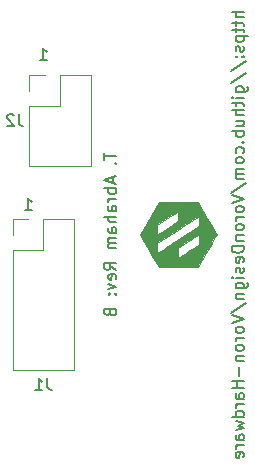
<source format=gbr>
G04 #@! TF.GenerationSoftware,KiCad,Pcbnew,(6.0.0)*
G04 #@! TF.CreationDate,2022-01-07T01:27:54-05:00*
G04 #@! TF.ProjectId,SKR-Mini_Screen,534b522d-4d69-46e6-995f-53637265656e,rev?*
G04 #@! TF.SameCoordinates,Original*
G04 #@! TF.FileFunction,Legend,Bot*
G04 #@! TF.FilePolarity,Positive*
%FSLAX46Y46*%
G04 Gerber Fmt 4.6, Leading zero omitted, Abs format (unit mm)*
G04 Created by KiCad (PCBNEW (6.0.0)) date 2022-01-07 01:27:54*
%MOMM*%
%LPD*%
G01*
G04 APERTURE LIST*
%ADD10C,0.200000*%
%ADD11C,0.150000*%
%ADD12C,0.010000*%
%ADD13C,0.120000*%
G04 APERTURE END LIST*
D10*
X143962380Y-87846666D02*
X142962380Y-87846666D01*
X143962380Y-88275238D02*
X143438571Y-88275238D01*
X143343333Y-88227619D01*
X143295714Y-88132380D01*
X143295714Y-87989523D01*
X143343333Y-87894285D01*
X143390952Y-87846666D01*
X143295714Y-88608571D02*
X143295714Y-88989523D01*
X142962380Y-88751428D02*
X143819523Y-88751428D01*
X143914761Y-88799047D01*
X143962380Y-88894285D01*
X143962380Y-88989523D01*
X143295714Y-89180000D02*
X143295714Y-89560952D01*
X142962380Y-89322857D02*
X143819523Y-89322857D01*
X143914761Y-89370476D01*
X143962380Y-89465714D01*
X143962380Y-89560952D01*
X143295714Y-89894285D02*
X144295714Y-89894285D01*
X143343333Y-89894285D02*
X143295714Y-89989523D01*
X143295714Y-90180000D01*
X143343333Y-90275238D01*
X143390952Y-90322857D01*
X143486190Y-90370476D01*
X143771904Y-90370476D01*
X143867142Y-90322857D01*
X143914761Y-90275238D01*
X143962380Y-90180000D01*
X143962380Y-89989523D01*
X143914761Y-89894285D01*
X143914761Y-90751428D02*
X143962380Y-90846666D01*
X143962380Y-91037142D01*
X143914761Y-91132380D01*
X143819523Y-91180000D01*
X143771904Y-91180000D01*
X143676666Y-91132380D01*
X143629047Y-91037142D01*
X143629047Y-90894285D01*
X143581428Y-90799047D01*
X143486190Y-90751428D01*
X143438571Y-90751428D01*
X143343333Y-90799047D01*
X143295714Y-90894285D01*
X143295714Y-91037142D01*
X143343333Y-91132380D01*
X143867142Y-91608571D02*
X143914761Y-91656190D01*
X143962380Y-91608571D01*
X143914761Y-91560952D01*
X143867142Y-91608571D01*
X143962380Y-91608571D01*
X143343333Y-91608571D02*
X143390952Y-91656190D01*
X143438571Y-91608571D01*
X143390952Y-91560952D01*
X143343333Y-91608571D01*
X143438571Y-91608571D01*
X142914761Y-92799047D02*
X144200476Y-91941904D01*
X142914761Y-93846666D02*
X144200476Y-92989523D01*
X143295714Y-94608571D02*
X144105238Y-94608571D01*
X144200476Y-94560952D01*
X144248095Y-94513333D01*
X144295714Y-94418095D01*
X144295714Y-94275238D01*
X144248095Y-94180000D01*
X143914761Y-94608571D02*
X143962380Y-94513333D01*
X143962380Y-94322857D01*
X143914761Y-94227619D01*
X143867142Y-94180000D01*
X143771904Y-94132380D01*
X143486190Y-94132380D01*
X143390952Y-94180000D01*
X143343333Y-94227619D01*
X143295714Y-94322857D01*
X143295714Y-94513333D01*
X143343333Y-94608571D01*
X143962380Y-95084761D02*
X143295714Y-95084761D01*
X142962380Y-95084761D02*
X143010000Y-95037142D01*
X143057619Y-95084761D01*
X143010000Y-95132380D01*
X142962380Y-95084761D01*
X143057619Y-95084761D01*
X143295714Y-95418095D02*
X143295714Y-95799047D01*
X142962380Y-95560952D02*
X143819523Y-95560952D01*
X143914761Y-95608571D01*
X143962380Y-95703809D01*
X143962380Y-95799047D01*
X143962380Y-96132380D02*
X142962380Y-96132380D01*
X143962380Y-96560952D02*
X143438571Y-96560952D01*
X143343333Y-96513333D01*
X143295714Y-96418095D01*
X143295714Y-96275238D01*
X143343333Y-96180000D01*
X143390952Y-96132380D01*
X143295714Y-97465714D02*
X143962380Y-97465714D01*
X143295714Y-97037142D02*
X143819523Y-97037142D01*
X143914761Y-97084761D01*
X143962380Y-97180000D01*
X143962380Y-97322857D01*
X143914761Y-97418095D01*
X143867142Y-97465714D01*
X143962380Y-97941904D02*
X142962380Y-97941904D01*
X143343333Y-97941904D02*
X143295714Y-98037142D01*
X143295714Y-98227619D01*
X143343333Y-98322857D01*
X143390952Y-98370476D01*
X143486190Y-98418095D01*
X143771904Y-98418095D01*
X143867142Y-98370476D01*
X143914761Y-98322857D01*
X143962380Y-98227619D01*
X143962380Y-98037142D01*
X143914761Y-97941904D01*
X143867142Y-98846666D02*
X143914761Y-98894285D01*
X143962380Y-98846666D01*
X143914761Y-98799047D01*
X143867142Y-98846666D01*
X143962380Y-98846666D01*
X143914761Y-99751428D02*
X143962380Y-99656190D01*
X143962380Y-99465714D01*
X143914761Y-99370476D01*
X143867142Y-99322857D01*
X143771904Y-99275238D01*
X143486190Y-99275238D01*
X143390952Y-99322857D01*
X143343333Y-99370476D01*
X143295714Y-99465714D01*
X143295714Y-99656190D01*
X143343333Y-99751428D01*
X143962380Y-100322857D02*
X143914761Y-100227619D01*
X143867142Y-100180000D01*
X143771904Y-100132380D01*
X143486190Y-100132380D01*
X143390952Y-100180000D01*
X143343333Y-100227619D01*
X143295714Y-100322857D01*
X143295714Y-100465714D01*
X143343333Y-100560952D01*
X143390952Y-100608571D01*
X143486190Y-100656190D01*
X143771904Y-100656190D01*
X143867142Y-100608571D01*
X143914761Y-100560952D01*
X143962380Y-100465714D01*
X143962380Y-100322857D01*
X143962380Y-101084761D02*
X143295714Y-101084761D01*
X143390952Y-101084761D02*
X143343333Y-101132380D01*
X143295714Y-101227619D01*
X143295714Y-101370476D01*
X143343333Y-101465714D01*
X143438571Y-101513333D01*
X143962380Y-101513333D01*
X143438571Y-101513333D02*
X143343333Y-101560952D01*
X143295714Y-101656190D01*
X143295714Y-101799047D01*
X143343333Y-101894285D01*
X143438571Y-101941904D01*
X143962380Y-101941904D01*
X142914761Y-103132380D02*
X144200476Y-102275238D01*
X142962380Y-103322857D02*
X143962380Y-103656190D01*
X142962380Y-103989523D01*
X143962380Y-104465714D02*
X143914761Y-104370476D01*
X143867142Y-104322857D01*
X143771904Y-104275238D01*
X143486190Y-104275238D01*
X143390952Y-104322857D01*
X143343333Y-104370476D01*
X143295714Y-104465714D01*
X143295714Y-104608571D01*
X143343333Y-104703809D01*
X143390952Y-104751428D01*
X143486190Y-104799047D01*
X143771904Y-104799047D01*
X143867142Y-104751428D01*
X143914761Y-104703809D01*
X143962380Y-104608571D01*
X143962380Y-104465714D01*
X143962380Y-105227619D02*
X143295714Y-105227619D01*
X143486190Y-105227619D02*
X143390952Y-105275238D01*
X143343333Y-105322857D01*
X143295714Y-105418095D01*
X143295714Y-105513333D01*
X143962380Y-105989523D02*
X143914761Y-105894285D01*
X143867142Y-105846666D01*
X143771904Y-105799047D01*
X143486190Y-105799047D01*
X143390952Y-105846666D01*
X143343333Y-105894285D01*
X143295714Y-105989523D01*
X143295714Y-106132380D01*
X143343333Y-106227619D01*
X143390952Y-106275238D01*
X143486190Y-106322857D01*
X143771904Y-106322857D01*
X143867142Y-106275238D01*
X143914761Y-106227619D01*
X143962380Y-106132380D01*
X143962380Y-105989523D01*
X143295714Y-106751428D02*
X143962380Y-106751428D01*
X143390952Y-106751428D02*
X143343333Y-106799047D01*
X143295714Y-106894285D01*
X143295714Y-107037142D01*
X143343333Y-107132380D01*
X143438571Y-107180000D01*
X143962380Y-107180000D01*
X143962380Y-107656190D02*
X142962380Y-107656190D01*
X142962380Y-107894285D01*
X143010000Y-108037142D01*
X143105238Y-108132380D01*
X143200476Y-108180000D01*
X143390952Y-108227619D01*
X143533809Y-108227619D01*
X143724285Y-108180000D01*
X143819523Y-108132380D01*
X143914761Y-108037142D01*
X143962380Y-107894285D01*
X143962380Y-107656190D01*
X143914761Y-109037142D02*
X143962380Y-108941904D01*
X143962380Y-108751428D01*
X143914761Y-108656190D01*
X143819523Y-108608571D01*
X143438571Y-108608571D01*
X143343333Y-108656190D01*
X143295714Y-108751428D01*
X143295714Y-108941904D01*
X143343333Y-109037142D01*
X143438571Y-109084761D01*
X143533809Y-109084761D01*
X143629047Y-108608571D01*
X143914761Y-109465714D02*
X143962380Y-109560952D01*
X143962380Y-109751428D01*
X143914761Y-109846666D01*
X143819523Y-109894285D01*
X143771904Y-109894285D01*
X143676666Y-109846666D01*
X143629047Y-109751428D01*
X143629047Y-109608571D01*
X143581428Y-109513333D01*
X143486190Y-109465714D01*
X143438571Y-109465714D01*
X143343333Y-109513333D01*
X143295714Y-109608571D01*
X143295714Y-109751428D01*
X143343333Y-109846666D01*
X143962380Y-110322857D02*
X143295714Y-110322857D01*
X142962380Y-110322857D02*
X143010000Y-110275238D01*
X143057619Y-110322857D01*
X143010000Y-110370476D01*
X142962380Y-110322857D01*
X143057619Y-110322857D01*
X143295714Y-111227619D02*
X144105238Y-111227619D01*
X144200476Y-111180000D01*
X144248095Y-111132380D01*
X144295714Y-111037142D01*
X144295714Y-110894285D01*
X144248095Y-110799047D01*
X143914761Y-111227619D02*
X143962380Y-111132380D01*
X143962380Y-110941904D01*
X143914761Y-110846666D01*
X143867142Y-110799047D01*
X143771904Y-110751428D01*
X143486190Y-110751428D01*
X143390952Y-110799047D01*
X143343333Y-110846666D01*
X143295714Y-110941904D01*
X143295714Y-111132380D01*
X143343333Y-111227619D01*
X143295714Y-111703809D02*
X143962380Y-111703809D01*
X143390952Y-111703809D02*
X143343333Y-111751428D01*
X143295714Y-111846666D01*
X143295714Y-111989523D01*
X143343333Y-112084761D01*
X143438571Y-112132380D01*
X143962380Y-112132380D01*
X142914761Y-113322857D02*
X144200476Y-112465714D01*
X142962380Y-113513333D02*
X143962380Y-113846666D01*
X142962380Y-114180000D01*
X143962380Y-114656190D02*
X143914761Y-114560952D01*
X143867142Y-114513333D01*
X143771904Y-114465714D01*
X143486190Y-114465714D01*
X143390952Y-114513333D01*
X143343333Y-114560952D01*
X143295714Y-114656190D01*
X143295714Y-114799047D01*
X143343333Y-114894285D01*
X143390952Y-114941904D01*
X143486190Y-114989523D01*
X143771904Y-114989523D01*
X143867142Y-114941904D01*
X143914761Y-114894285D01*
X143962380Y-114799047D01*
X143962380Y-114656190D01*
X143962380Y-115418095D02*
X143295714Y-115418095D01*
X143486190Y-115418095D02*
X143390952Y-115465714D01*
X143343333Y-115513333D01*
X143295714Y-115608571D01*
X143295714Y-115703809D01*
X143962380Y-116179999D02*
X143914761Y-116084761D01*
X143867142Y-116037142D01*
X143771904Y-115989523D01*
X143486190Y-115989523D01*
X143390952Y-116037142D01*
X143343333Y-116084761D01*
X143295714Y-116179999D01*
X143295714Y-116322857D01*
X143343333Y-116418095D01*
X143390952Y-116465714D01*
X143486190Y-116513333D01*
X143771904Y-116513333D01*
X143867142Y-116465714D01*
X143914761Y-116418095D01*
X143962380Y-116322857D01*
X143962380Y-116179999D01*
X143295714Y-116941904D02*
X143962380Y-116941904D01*
X143390952Y-116941904D02*
X143343333Y-116989523D01*
X143295714Y-117084761D01*
X143295714Y-117227619D01*
X143343333Y-117322857D01*
X143438571Y-117370476D01*
X143962380Y-117370476D01*
X143581428Y-117846666D02*
X143581428Y-118608571D01*
X143962380Y-119084761D02*
X142962380Y-119084761D01*
X143438571Y-119084761D02*
X143438571Y-119656190D01*
X143962380Y-119656190D02*
X142962380Y-119656190D01*
X143962380Y-120560952D02*
X143438571Y-120560952D01*
X143343333Y-120513333D01*
X143295714Y-120418095D01*
X143295714Y-120227619D01*
X143343333Y-120132380D01*
X143914761Y-120560952D02*
X143962380Y-120465714D01*
X143962380Y-120227619D01*
X143914761Y-120132380D01*
X143819523Y-120084761D01*
X143724285Y-120084761D01*
X143629047Y-120132380D01*
X143581428Y-120227619D01*
X143581428Y-120465714D01*
X143533809Y-120560952D01*
X143962380Y-121037142D02*
X143295714Y-121037142D01*
X143486190Y-121037142D02*
X143390952Y-121084761D01*
X143343333Y-121132380D01*
X143295714Y-121227619D01*
X143295714Y-121322857D01*
X143962380Y-122084761D02*
X142962380Y-122084761D01*
X143914761Y-122084761D02*
X143962380Y-121989523D01*
X143962380Y-121799047D01*
X143914761Y-121703809D01*
X143867142Y-121656190D01*
X143771904Y-121608571D01*
X143486190Y-121608571D01*
X143390952Y-121656190D01*
X143343333Y-121703809D01*
X143295714Y-121799047D01*
X143295714Y-121989523D01*
X143343333Y-122084761D01*
X143295714Y-122465714D02*
X143962380Y-122656190D01*
X143486190Y-122846666D01*
X143962380Y-123037142D01*
X143295714Y-123227619D01*
X143962380Y-124037142D02*
X143438571Y-124037142D01*
X143343333Y-123989523D01*
X143295714Y-123894285D01*
X143295714Y-123703809D01*
X143343333Y-123608571D01*
X143914761Y-124037142D02*
X143962380Y-123941904D01*
X143962380Y-123703809D01*
X143914761Y-123608571D01*
X143819523Y-123560952D01*
X143724285Y-123560952D01*
X143629047Y-123608571D01*
X143581428Y-123703809D01*
X143581428Y-123941904D01*
X143533809Y-124037142D01*
X143962380Y-124513333D02*
X143295714Y-124513333D01*
X143486190Y-124513333D02*
X143390952Y-124560952D01*
X143343333Y-124608571D01*
X143295714Y-124703809D01*
X143295714Y-124799047D01*
X143914761Y-125513333D02*
X143962380Y-125418095D01*
X143962380Y-125227619D01*
X143914761Y-125132380D01*
X143819523Y-125084761D01*
X143438571Y-125084761D01*
X143343333Y-125132380D01*
X143295714Y-125227619D01*
X143295714Y-125418095D01*
X143343333Y-125513333D01*
X143438571Y-125560952D01*
X143533809Y-125560952D01*
X143629047Y-125084761D01*
X132167380Y-99751428D02*
X132167380Y-100322857D01*
X133167380Y-100037142D02*
X132167380Y-100037142D01*
X133072142Y-100656190D02*
X133119761Y-100703809D01*
X133167380Y-100656190D01*
X133119761Y-100608571D01*
X133072142Y-100656190D01*
X133167380Y-100656190D01*
X132881666Y-101846666D02*
X132881666Y-102322857D01*
X133167380Y-101751428D02*
X132167380Y-102084761D01*
X133167380Y-102418095D01*
X133167380Y-102751428D02*
X132167380Y-102751428D01*
X132548333Y-102751428D02*
X132500714Y-102846666D01*
X132500714Y-103037142D01*
X132548333Y-103132380D01*
X132595952Y-103180000D01*
X132691190Y-103227619D01*
X132976904Y-103227619D01*
X133072142Y-103180000D01*
X133119761Y-103132380D01*
X133167380Y-103037142D01*
X133167380Y-102846666D01*
X133119761Y-102751428D01*
X133167380Y-103656190D02*
X132500714Y-103656190D01*
X132691190Y-103656190D02*
X132595952Y-103703809D01*
X132548333Y-103751428D01*
X132500714Y-103846666D01*
X132500714Y-103941904D01*
X133167380Y-104703809D02*
X132643571Y-104703809D01*
X132548333Y-104656190D01*
X132500714Y-104560952D01*
X132500714Y-104370476D01*
X132548333Y-104275238D01*
X133119761Y-104703809D02*
X133167380Y-104608571D01*
X133167380Y-104370476D01*
X133119761Y-104275238D01*
X133024523Y-104227619D01*
X132929285Y-104227619D01*
X132834047Y-104275238D01*
X132786428Y-104370476D01*
X132786428Y-104608571D01*
X132738809Y-104703809D01*
X133167380Y-105180000D02*
X132167380Y-105180000D01*
X133167380Y-105608571D02*
X132643571Y-105608571D01*
X132548333Y-105560952D01*
X132500714Y-105465714D01*
X132500714Y-105322857D01*
X132548333Y-105227619D01*
X132595952Y-105180000D01*
X133167380Y-106513333D02*
X132643571Y-106513333D01*
X132548333Y-106465714D01*
X132500714Y-106370476D01*
X132500714Y-106180000D01*
X132548333Y-106084761D01*
X133119761Y-106513333D02*
X133167380Y-106418095D01*
X133167380Y-106180000D01*
X133119761Y-106084761D01*
X133024523Y-106037142D01*
X132929285Y-106037142D01*
X132834047Y-106084761D01*
X132786428Y-106180000D01*
X132786428Y-106418095D01*
X132738809Y-106513333D01*
X133167380Y-106989523D02*
X132500714Y-106989523D01*
X132595952Y-106989523D02*
X132548333Y-107037142D01*
X132500714Y-107132380D01*
X132500714Y-107275238D01*
X132548333Y-107370476D01*
X132643571Y-107418095D01*
X133167380Y-107418095D01*
X132643571Y-107418095D02*
X132548333Y-107465714D01*
X132500714Y-107560952D01*
X132500714Y-107703809D01*
X132548333Y-107799047D01*
X132643571Y-107846666D01*
X133167380Y-107846666D01*
X133167380Y-109656190D02*
X132691190Y-109322857D01*
X133167380Y-109084761D02*
X132167380Y-109084761D01*
X132167380Y-109465714D01*
X132215000Y-109560952D01*
X132262619Y-109608571D01*
X132357857Y-109656190D01*
X132500714Y-109656190D01*
X132595952Y-109608571D01*
X132643571Y-109560952D01*
X132691190Y-109465714D01*
X132691190Y-109084761D01*
X133119761Y-110465714D02*
X133167380Y-110370476D01*
X133167380Y-110180000D01*
X133119761Y-110084761D01*
X133024523Y-110037142D01*
X132643571Y-110037142D01*
X132548333Y-110084761D01*
X132500714Y-110180000D01*
X132500714Y-110370476D01*
X132548333Y-110465714D01*
X132643571Y-110513333D01*
X132738809Y-110513333D01*
X132834047Y-110037142D01*
X132500714Y-110846666D02*
X133167380Y-111084761D01*
X132500714Y-111322857D01*
X133072142Y-111703809D02*
X133119761Y-111751428D01*
X133167380Y-111703809D01*
X133119761Y-111656190D01*
X133072142Y-111703809D01*
X133167380Y-111703809D01*
X132548333Y-111703809D02*
X132595952Y-111751428D01*
X132643571Y-111703809D01*
X132595952Y-111656190D01*
X132548333Y-111703809D01*
X132643571Y-111703809D01*
X132643571Y-113275238D02*
X132691190Y-113418095D01*
X132738809Y-113465714D01*
X132834047Y-113513333D01*
X132976904Y-113513333D01*
X133072142Y-113465714D01*
X133119761Y-113418095D01*
X133167380Y-113322857D01*
X133167380Y-112941904D01*
X132167380Y-112941904D01*
X132167380Y-113275238D01*
X132215000Y-113370476D01*
X132262619Y-113418095D01*
X132357857Y-113465714D01*
X132453095Y-113465714D01*
X132548333Y-113418095D01*
X132595952Y-113370476D01*
X132643571Y-113275238D01*
X132643571Y-112941904D01*
D11*
X126714285Y-91892380D02*
X127285714Y-91892380D01*
X127000000Y-91892380D02*
X127000000Y-90892380D01*
X127095238Y-91035238D01*
X127190476Y-91130476D01*
X127285714Y-91178095D01*
X125444285Y-104592380D02*
X126015714Y-104592380D01*
X125730000Y-104592380D02*
X125730000Y-103592380D01*
X125825238Y-103735238D01*
X125920476Y-103830476D01*
X126015714Y-103878095D01*
X127333333Y-118832380D02*
X127333333Y-119546666D01*
X127380952Y-119689523D01*
X127476190Y-119784761D01*
X127619047Y-119832380D01*
X127714285Y-119832380D01*
X126333333Y-119832380D02*
X126904761Y-119832380D01*
X126619047Y-119832380D02*
X126619047Y-118832380D01*
X126714285Y-118975238D01*
X126809523Y-119070476D01*
X126904761Y-119118095D01*
X124926333Y-96480380D02*
X124926333Y-97194666D01*
X124973952Y-97337523D01*
X125069190Y-97432761D01*
X125212047Y-97480380D01*
X125307285Y-97480380D01*
X124497761Y-96575619D02*
X124450142Y-96528000D01*
X124354904Y-96480380D01*
X124116809Y-96480380D01*
X124021571Y-96528000D01*
X123973952Y-96575619D01*
X123926333Y-96670857D01*
X123926333Y-96766095D01*
X123973952Y-96908952D01*
X124545380Y-97480380D01*
X123926333Y-97480380D01*
D12*
X136780150Y-109448600D02*
X140079849Y-109448600D01*
X140079849Y-109448600D02*
X140880524Y-108059308D01*
X140880524Y-108059308D02*
X141076185Y-107719339D01*
X141076185Y-107719339D02*
X141254267Y-107409012D01*
X141254267Y-107409012D02*
X141408754Y-107138882D01*
X141408754Y-107138882D02*
X141533630Y-106919505D01*
X141533630Y-106919505D02*
X141622877Y-106761439D01*
X141622877Y-106761439D02*
X141670478Y-106675239D01*
X141670478Y-106675239D02*
X141676770Y-106662308D01*
X141676770Y-106662308D02*
X141651166Y-106618181D01*
X141651166Y-106618181D02*
X141580713Y-106496791D01*
X141580713Y-106496791D02*
X141471566Y-106308745D01*
X141471566Y-106308745D02*
X141329881Y-106064649D01*
X141329881Y-106064649D02*
X141161815Y-105775109D01*
X141161815Y-105775109D02*
X140973525Y-105450731D01*
X140973525Y-105450731D02*
X140876162Y-105283000D01*
X140876162Y-105283000D02*
X140164876Y-104057648D01*
X140164876Y-104057648D02*
X140164876Y-105113666D01*
X140164876Y-105113666D02*
X140184402Y-105152441D01*
X140184402Y-105152441D02*
X140199187Y-105270479D01*
X140199187Y-105270479D02*
X140206891Y-105445467D01*
X140206891Y-105445467D02*
X140207479Y-105520066D01*
X140207479Y-105520066D02*
X140206959Y-105943400D01*
X140206959Y-105943400D02*
X140185076Y-105957821D01*
X140185076Y-105957821D02*
X140185076Y-106680000D01*
X140185076Y-106680000D02*
X140195563Y-106726850D01*
X140195563Y-106726850D02*
X140203500Y-106851616D01*
X140203500Y-106851616D02*
X140207596Y-107030623D01*
X140207596Y-107030623D02*
X140207886Y-107099100D01*
X140207886Y-107099100D02*
X140207772Y-107518200D01*
X140207772Y-107518200D02*
X139464043Y-108000800D01*
X139464043Y-108000800D02*
X139209678Y-108165838D01*
X139209678Y-108165838D02*
X138975166Y-108317963D01*
X138975166Y-108317963D02*
X138777951Y-108445863D01*
X138777951Y-108445863D02*
X138635476Y-108538223D01*
X138635476Y-108538223D02*
X138575156Y-108577288D01*
X138575156Y-108577288D02*
X138430000Y-108671177D01*
X138430000Y-108671177D02*
X138430000Y-107809093D01*
X138430000Y-107809093D02*
X139296076Y-107244546D01*
X139296076Y-107244546D02*
X139558735Y-107074034D01*
X139558735Y-107074034D02*
X139791619Y-106924186D01*
X139791619Y-106924186D02*
X139981683Y-106803286D01*
X139981683Y-106803286D02*
X140115882Y-106719618D01*
X140115882Y-106719618D02*
X140181172Y-106681465D01*
X140181172Y-106681465D02*
X140185076Y-106680000D01*
X140185076Y-106680000D02*
X140185076Y-105957821D01*
X140185076Y-105957821D02*
X138472603Y-107086400D01*
X138472603Y-107086400D02*
X138096432Y-107334036D01*
X138096432Y-107334036D02*
X137746255Y-107564037D01*
X137746255Y-107564037D02*
X137431238Y-107770420D01*
X137431238Y-107770420D02*
X137160551Y-107947202D01*
X137160551Y-107947202D02*
X136943361Y-108088399D01*
X136943361Y-108088399D02*
X136788837Y-108188029D01*
X136788837Y-108188029D02*
X136706148Y-108240108D01*
X136706148Y-108240108D02*
X136695123Y-108246333D01*
X136695123Y-108246333D02*
X136675597Y-108207558D01*
X136675597Y-108207558D02*
X136660812Y-108089520D01*
X136660812Y-108089520D02*
X136653108Y-107914532D01*
X136653108Y-107914532D02*
X136652520Y-107839933D01*
X136652520Y-107839933D02*
X136653040Y-107416600D01*
X136653040Y-107416600D02*
X138387396Y-106273600D01*
X138387396Y-106273600D02*
X138763567Y-106025963D01*
X138763567Y-106025963D02*
X139113744Y-105795962D01*
X139113744Y-105795962D02*
X139428761Y-105589579D01*
X139428761Y-105589579D02*
X139699448Y-105412797D01*
X139699448Y-105412797D02*
X139916638Y-105271600D01*
X139916638Y-105271600D02*
X140071162Y-105171970D01*
X140071162Y-105171970D02*
X140153851Y-105119891D01*
X140153851Y-105119891D02*
X140164876Y-105113666D01*
X140164876Y-105113666D02*
X140164876Y-104057648D01*
X140164876Y-104057648D02*
X140079983Y-103911400D01*
X140079983Y-103911400D02*
X138430000Y-103911400D01*
X138430000Y-103911400D02*
X138430000Y-104688822D01*
X138430000Y-104688822D02*
X138430000Y-105550906D01*
X138430000Y-105550906D02*
X137563923Y-106115453D01*
X137563923Y-106115453D02*
X137301264Y-106285965D01*
X137301264Y-106285965D02*
X137068380Y-106435813D01*
X137068380Y-106435813D02*
X136878316Y-106556713D01*
X136878316Y-106556713D02*
X136744117Y-106640381D01*
X136744117Y-106640381D02*
X136678827Y-106678534D01*
X136678827Y-106678534D02*
X136674923Y-106680000D01*
X136674923Y-106680000D02*
X136664436Y-106633149D01*
X136664436Y-106633149D02*
X136656499Y-106508383D01*
X136656499Y-106508383D02*
X136652403Y-106329376D01*
X136652403Y-106329376D02*
X136652113Y-106260900D01*
X136652113Y-106260900D02*
X136652227Y-105841800D01*
X136652227Y-105841800D02*
X137395956Y-105359200D01*
X137395956Y-105359200D02*
X137650321Y-105194161D01*
X137650321Y-105194161D02*
X137884833Y-105042036D01*
X137884833Y-105042036D02*
X138082048Y-104914136D01*
X138082048Y-104914136D02*
X138224523Y-104821776D01*
X138224523Y-104821776D02*
X138284843Y-104782711D01*
X138284843Y-104782711D02*
X138430000Y-104688822D01*
X138430000Y-104688822D02*
X138430000Y-103911400D01*
X138430000Y-103911400D02*
X136780150Y-103911400D01*
X136780150Y-103911400D02*
X135184552Y-106680000D01*
X135184552Y-106680000D02*
X136780150Y-109448600D01*
X136780150Y-109448600D02*
X136780150Y-109448600D01*
G36*
X140973525Y-105450731D02*
G01*
X141161815Y-105775109D01*
X141329881Y-106064649D01*
X141471566Y-106308745D01*
X141580713Y-106496791D01*
X141651166Y-106618181D01*
X141676770Y-106662308D01*
X141670478Y-106675239D01*
X141622877Y-106761439D01*
X141533630Y-106919505D01*
X141408754Y-107138882D01*
X141254267Y-107409012D01*
X141076185Y-107719339D01*
X140880524Y-108059308D01*
X140079849Y-109448600D01*
X136780150Y-109448600D01*
X136332106Y-108671177D01*
X138430000Y-108671177D01*
X138575156Y-108577288D01*
X138635476Y-108538223D01*
X138777951Y-108445863D01*
X138975166Y-108317963D01*
X139209678Y-108165838D01*
X139464043Y-108000800D01*
X140207772Y-107518200D01*
X140207886Y-107099100D01*
X140207596Y-107030623D01*
X140203500Y-106851616D01*
X140195563Y-106726850D01*
X140185076Y-106680000D01*
X140181172Y-106681465D01*
X140115882Y-106719618D01*
X139981683Y-106803286D01*
X139791619Y-106924186D01*
X139558735Y-107074034D01*
X139296076Y-107244546D01*
X138430000Y-107809093D01*
X138430000Y-108671177D01*
X136332106Y-108671177D01*
X135853044Y-107839933D01*
X136652520Y-107839933D01*
X136653108Y-107914532D01*
X136660812Y-108089520D01*
X136675597Y-108207558D01*
X136695123Y-108246333D01*
X136706148Y-108240108D01*
X136788837Y-108188029D01*
X136943361Y-108088399D01*
X137160551Y-107947202D01*
X137431238Y-107770420D01*
X137746255Y-107564037D01*
X138096432Y-107334036D01*
X138472603Y-107086400D01*
X140185076Y-105957821D01*
X140206959Y-105943400D01*
X140207479Y-105520066D01*
X140206891Y-105445467D01*
X140199187Y-105270479D01*
X140184402Y-105152441D01*
X140164876Y-105113666D01*
X140153851Y-105119891D01*
X140071162Y-105171970D01*
X139916638Y-105271600D01*
X139699448Y-105412797D01*
X139428761Y-105589579D01*
X139113744Y-105795962D01*
X138763567Y-106025963D01*
X138387396Y-106273600D01*
X136653040Y-107416600D01*
X136652520Y-107839933D01*
X135853044Y-107839933D01*
X135184552Y-106680000D01*
X135426087Y-106260900D01*
X136652113Y-106260900D01*
X136652403Y-106329376D01*
X136656499Y-106508383D01*
X136664436Y-106633149D01*
X136674923Y-106680000D01*
X136678827Y-106678534D01*
X136744117Y-106640381D01*
X136878316Y-106556713D01*
X137068380Y-106435813D01*
X137301264Y-106285965D01*
X137563923Y-106115453D01*
X138430000Y-105550906D01*
X138430000Y-104688822D01*
X138284843Y-104782711D01*
X138224523Y-104821776D01*
X138082048Y-104914136D01*
X137884833Y-105042036D01*
X137650321Y-105194161D01*
X137395956Y-105359200D01*
X136652227Y-105841800D01*
X136652113Y-106260900D01*
X135426087Y-106260900D01*
X136780150Y-103911400D01*
X140079983Y-103911400D01*
X140164876Y-104057648D01*
X140876162Y-105283000D01*
X140973525Y-105450731D01*
G37*
X140973525Y-105450731D02*
X141161815Y-105775109D01*
X141329881Y-106064649D01*
X141471566Y-106308745D01*
X141580713Y-106496791D01*
X141651166Y-106618181D01*
X141676770Y-106662308D01*
X141670478Y-106675239D01*
X141622877Y-106761439D01*
X141533630Y-106919505D01*
X141408754Y-107138882D01*
X141254267Y-107409012D01*
X141076185Y-107719339D01*
X140880524Y-108059308D01*
X140079849Y-109448600D01*
X136780150Y-109448600D01*
X136332106Y-108671177D01*
X138430000Y-108671177D01*
X138575156Y-108577288D01*
X138635476Y-108538223D01*
X138777951Y-108445863D01*
X138975166Y-108317963D01*
X139209678Y-108165838D01*
X139464043Y-108000800D01*
X140207772Y-107518200D01*
X140207886Y-107099100D01*
X140207596Y-107030623D01*
X140203500Y-106851616D01*
X140195563Y-106726850D01*
X140185076Y-106680000D01*
X140181172Y-106681465D01*
X140115882Y-106719618D01*
X139981683Y-106803286D01*
X139791619Y-106924186D01*
X139558735Y-107074034D01*
X139296076Y-107244546D01*
X138430000Y-107809093D01*
X138430000Y-108671177D01*
X136332106Y-108671177D01*
X135853044Y-107839933D01*
X136652520Y-107839933D01*
X136653108Y-107914532D01*
X136660812Y-108089520D01*
X136675597Y-108207558D01*
X136695123Y-108246333D01*
X136706148Y-108240108D01*
X136788837Y-108188029D01*
X136943361Y-108088399D01*
X137160551Y-107947202D01*
X137431238Y-107770420D01*
X137746255Y-107564037D01*
X138096432Y-107334036D01*
X138472603Y-107086400D01*
X140185076Y-105957821D01*
X140206959Y-105943400D01*
X140207479Y-105520066D01*
X140206891Y-105445467D01*
X140199187Y-105270479D01*
X140184402Y-105152441D01*
X140164876Y-105113666D01*
X140153851Y-105119891D01*
X140071162Y-105171970D01*
X139916638Y-105271600D01*
X139699448Y-105412797D01*
X139428761Y-105589579D01*
X139113744Y-105795962D01*
X138763567Y-106025963D01*
X138387396Y-106273600D01*
X136653040Y-107416600D01*
X136652520Y-107839933D01*
X135853044Y-107839933D01*
X135184552Y-106680000D01*
X135426087Y-106260900D01*
X136652113Y-106260900D01*
X136652403Y-106329376D01*
X136656499Y-106508383D01*
X136664436Y-106633149D01*
X136674923Y-106680000D01*
X136678827Y-106678534D01*
X136744117Y-106640381D01*
X136878316Y-106556713D01*
X137068380Y-106435813D01*
X137301264Y-106285965D01*
X137563923Y-106115453D01*
X138430000Y-105550906D01*
X138430000Y-104688822D01*
X138284843Y-104782711D01*
X138224523Y-104821776D01*
X138082048Y-104914136D01*
X137884833Y-105042036D01*
X137650321Y-105194161D01*
X137395956Y-105359200D01*
X136652227Y-105841800D01*
X136652113Y-106260900D01*
X135426087Y-106260900D01*
X136780150Y-103911400D01*
X140079983Y-103911400D01*
X140164876Y-104057648D01*
X140876162Y-105283000D01*
X140973525Y-105450731D01*
D13*
X125730000Y-105350000D02*
X124400000Y-105350000D01*
X124400000Y-105350000D02*
X124400000Y-106680000D01*
X127000000Y-105350000D02*
X127000000Y-107950000D01*
X127000000Y-107950000D02*
X124400000Y-107950000D01*
X124400000Y-107950000D02*
X124400000Y-118170000D01*
X129600000Y-118170000D02*
X124400000Y-118170000D01*
X129600000Y-105350000D02*
X129600000Y-118170000D01*
X129600000Y-105350000D02*
X127000000Y-105350000D01*
X127133000Y-93158000D02*
X125803000Y-93158000D01*
X125803000Y-93158000D02*
X125803000Y-94488000D01*
X128403000Y-93158000D02*
X128403000Y-95758000D01*
X128403000Y-95758000D02*
X125803000Y-95758000D01*
X125803000Y-95758000D02*
X125803000Y-100898000D01*
X131003000Y-100898000D02*
X125803000Y-100898000D01*
X131003000Y-93158000D02*
X131003000Y-100898000D01*
X131003000Y-93158000D02*
X128403000Y-93158000D01*
M02*

</source>
